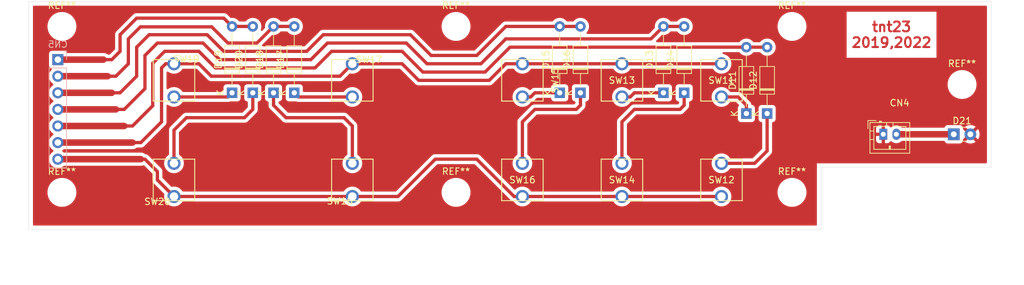
<source format=kicad_pcb>
(kicad_pcb (version 20211014) (generator pcbnew)
  (layers (0 "F.Cu" signal) (31 "B.Cu" signal) (34 "B.Paste" user) (35 "F.Paste" user) (36 "B.SilkS" user "B.Silkscreen") (37 "F.SilkS" user "F.Silkscreen") (38 "B.Mask" user) (39 "F.Mask" user) (44 "Edge.Cuts" user))
  (net 0 "")
  (net 1 "/SI_4")
  (net 2 "/SI_3")
  (net 3 "/SI_2")
  (net 4 "/SI_1")
  (net 5 "/SI_0")
  (net 6 "/SC_1")
  (net 7 "/SC_0")
  (net 8 "Net-(D11-Pad1)")
  (net 9 "Net-(D12-Pad1)")
  (net 10 "Net-(D13-Pad1)")
  (net 11 "Net-(D14-Pad1)")
  (net 12 "Net-(D15-Pad1)")
  (net 13 "Net-(D16-Pad1)")
  (net 14 "Net-(D17-Pad1)")
  (net 15 "Net-(D18-Pad1)")
  (net 16 "Net-(D19-Pad1)")
  (net 17 "Net-(D20-Pad1)")
  (net 18 "/VCC")
  (net 19 "/LED")
  (footprint "Diode_THT:D_DO-35_SOD27_P10.16mm_Horizontal" (layer "F.Cu") (at 109.855 17.145 90)
    (fp_text reference "D11" (at 5.08 -2.12 90) (layer "F.SilkS"))
    (fp_text value "1N4148")
    (fp_text user "K" (at 0 -1.8 90) (layer "F.SilkS"))
    (fp_line (start 7.2 -1.12) (end 2.96 -1.12) (layer "F.SilkS") (width 0.12))
    (fp_line (start 1.04 0) (end 2.96 0) (layer "F.SilkS") (width 0.12))
    (fp_line (start 9.12 0) (end 7.2 0) (layer "F.SilkS") (width 0.12))
    (fp_line (start 3.8 -1.12) (end 3.8 1.12) (layer "F.SilkS") (width 0.12))
    (fp_line (start 3.68 -1.12) (end 3.68 1.12) (layer "F.SilkS") (width 0.12))
    (fp_line (start 7.2 1.12) (end 7.2 -1.12) (layer "F.SilkS") (width 0.12))
    (fp_line (start 2.96 -1.12) (end 2.96 1.12) (layer "F.SilkS") (width 0.12))
    (fp_line (start 3.56 -1.12) (end 3.56 1.12) (layer "F.SilkS") (width 0.12))
    (fp_line (start 2.96 1.12) (end 7.2 1.12) (layer "F.SilkS") (width 0.12))
    (pad "1" thru_hole rect locked (at 0 0 90) (size 1.6 1.6) (drill 0.8) (layers *.Cu *.Mask) (net 8 "Net-(D11-Pad1)"))
    (pad "2" thru_hole oval locked (at 10.16 0 90) (size 1.6 1.6) (drill 0.8) (layers *.Cu *.Mask) (net 5 "/SI_0"))
  )
  (footprint "Diode_THT:D_DO-35_SOD27_P10.16mm_Horizontal" (layer "F.Cu") (at 113.03 17.145 90)
    (fp_text reference "D12" (at 5.08 -2.12 90) (layer "F.SilkS"))
    (fp_text value "1N4148")
    (fp_text user "K" (at 0 -1.8 90) (layer "F.SilkS"))
    (fp_line (start 3.56 -1.12) (end 3.56 1.12) (layer "F.SilkS") (width 0.12))
    (fp_line (start 9.12 0) (end 7.2 0) (layer "F.SilkS") (width 0.12))
    (fp_line (start 1.04 0) (end 2.96 0) (layer "F.SilkS") (width 0.12))
    (fp_line (start 2.96 1.12) (end 7.2 1.12) (layer "F.SilkS") (width 0.12))
    (fp_line (start 7.2 -1.12) (end 2.96 -1.12) (layer "F.SilkS") (width 0.12))
    (fp_line (start 7.2 1.12) (end 7.2 -1.12) (layer "F.SilkS") (width 0.12))
    (fp_line (start 3.8 -1.12) (end 3.8 1.12) (layer "F.SilkS") (width 0.12))
    (fp_line (start 3.68 -1.12) (end 3.68 1.12) (layer "F.SilkS") (width 0.12))
    (fp_line (start 2.96 -1.12) (end 2.96 1.12) (layer "F.SilkS") (width 0.12))
    (pad "1" thru_hole rect locked (at 0 0 90) (size 1.6 1.6) (drill 0.8) (layers *.Cu *.Mask) (net 9 "Net-(D12-Pad1)"))
    (pad "2" thru_hole oval locked (at 10.16 0 90) (size 1.6 1.6) (drill 0.8) (layers *.Cu *.Mask) (net 5 "/SI_0"))
  )
  (footprint "Diode_THT:D_DO-35_SOD27_P10.16mm_Horizontal" (layer "F.Cu") (at 97.155 13.97 90)
    (fp_text reference "D13" (at 5.08 -2.12 90) (layer "F.SilkS"))
    (fp_text value "1N4148")
    (fp_text user "K" (at 0 -1.8 90) (layer "F.SilkS"))
    (fp_line (start 9.12 0) (end 7.2 0) (layer "F.SilkS") (width 0.12))
    (fp_line (start 1.04 0) (end 2.96 0) (layer "F.SilkS") (width 0.12))
    (fp_line (start 7.2 1.12) (end 7.2 -1.12) (layer "F.SilkS") (width 0.12))
    (fp_line (start 2.96 1.12) (end 7.2 1.12) (layer "F.SilkS") (width 0.12))
    (fp_line (start 3.56 -1.12) (end 3.56 1.12) (layer "F.SilkS") (width 0.12))
    (fp_line (start 7.2 -1.12) (end 2.96 -1.12) (layer "F.SilkS") (width 0.12))
    (fp_line (start 3.8 -1.12) (end 3.8 1.12) (layer "F.SilkS") (width 0.12))
    (fp_line (start 3.68 -1.12) (end 3.68 1.12) (layer "F.SilkS") (width 0.12))
    (fp_line (start 2.96 -1.12) (end 2.96 1.12) (layer "F.SilkS") (width 0.12))
    (pad "1" thru_hole rect locked (at 0 0 90) (size 1.6 1.6) (drill 0.8) (layers *.Cu *.Mask) (net 10 "Net-(D13-Pad1)"))
    (pad "2" thru_hole oval locked (at 10.16 0 90) (size 1.6 1.6) (drill 0.8) (layers *.Cu *.Mask) (net 4 "/SI_1"))
  )
  (footprint "Diode_THT:D_DO-35_SOD27_P10.16mm_Horizontal" (layer "F.Cu") (at 100.33 13.97 90)
    (fp_text reference "D14" (at 5.08 -2.12 90) (layer "F.SilkS"))
    (fp_text value "1N4148")
    (fp_text user "K" (at 0 -1.8 90) (layer "F.SilkS"))
    (fp_line (start 7.2 1.12) (end 7.2 -1.12) (layer "F.SilkS") (width 0.12))
    (fp_line (start 9.12 0) (end 7.2 0) (layer "F.SilkS") (width 0.12))
    (fp_line (start 2.96 -1.12) (end 2.96 1.12) (layer "F.SilkS") (width 0.12))
    (fp_line (start 3.8 -1.12) (end 3.8 1.12) (layer "F.SilkS") (width 0.12))
    (fp_line (start 3.56 -1.12) (end 3.56 1.12) (layer "F.SilkS") (width 0.12))
    (fp_line (start 7.2 -1.12) (end 2.96 -1.12) (layer "F.SilkS") (width 0.12))
    (fp_line (start 1.04 0) (end 2.96 0) (layer "F.SilkS") (width 0.12))
    (fp_line (start 3.68 -1.12) (end 3.68 1.12) (layer "F.SilkS") (width 0.12))
    (fp_line (start 2.96 1.12) (end 7.2 1.12) (layer "F.SilkS") (width 0.12))
    (pad "1" thru_hole rect locked (at 0 0 90) (size 1.6 1.6) (drill 0.8) (layers *.Cu *.Mask) (net 11 "Net-(D14-Pad1)"))
    (pad "2" thru_hole oval locked (at 10.16 0 90) (size 1.6 1.6) (drill 0.8) (layers *.Cu *.Mask) (net 4 "/SI_1"))
  )
  (footprint "Diode_THT:D_DO-35_SOD27_P10.16mm_Horizontal" (layer "F.Cu") (at 81.28 13.97 90)
    (fp_text reference "D15" (at 5.08 -2.12 90) (layer "F.SilkS"))
    (fp_text value "1N4148")
    (fp_text user "K" (at 0 -1.8 90) (layer "F.SilkS"))
    (fp_line (start 1.04 0) (end 2.96 0) (layer "F.SilkS") (width 0.12))
    (fp_line (start 7.2 1.12) (end 7.2 -1.12) (layer "F.SilkS") (width 0.12))
    (fp_line (start 3.56 -1.12) (end 3.56 1.12) (layer "F.SilkS") (width 0.12))
    (fp_line (start 2.96 -1.12) (end 2.96 1.12) (layer "F.SilkS") (width 0.12))
    (fp_line (start 3.8 -1.12) (end 3.8 1.12) (layer "F.SilkS") (width 0.12))
    (fp_line (start 7.2 -1.12) (end 2.96 -1.12) (layer "F.SilkS") (width 0.12))
    (fp_line (start 3.68 -1.12) (end 3.68 1.12) (layer "F.SilkS") (width 0.12))
    (fp_line (start 9.12 0) (end 7.2 0) (layer "F.SilkS") (width 0.12))
    (fp_line (start 2.96 1.12) (end 7.2 1.12) (layer "F.SilkS") (width 0.12))
    (pad "1" thru_hole rect locked (at 0 0 90) (size 1.6 1.6) (drill 0.8) (layers *.Cu *.Mask) (net 12 "Net-(D15-Pad1)"))
    (pad "2" thru_hole oval locked (at 10.16 0 90) (size 1.6 1.6) (drill 0.8) (layers *.Cu *.Mask) (net 3 "/SI_2"))
  )
  (footprint "Diode_THT:D_DO-35_SOD27_P10.16mm_Horizontal" (layer "F.Cu") (at 84.455 13.97 90)
    (fp_text reference "D16" (at 5.08 -2.12 90) (layer "F.SilkS"))
    (fp_text value "1N4148")
    (fp_text user "K" (at 0 -1.8 90) (layer "F.SilkS"))
    (fp_line (start 7.2 -1.12) (end 2.96 -1.12) (layer "F.SilkS") (width 0.12))
    (fp_line (start 7.2 1.12) (end 7.2 -1.12) (layer "F.SilkS") (width 0.12))
    (fp_line (start 2.96 1.12) (end 7.2 1.12) (layer "F.SilkS") (width 0.12))
    (fp_line (start 3.68 -1.12) (end 3.68 1.12) (layer "F.SilkS") (width 0.12))
    (fp_line (start 2.96 -1.12) (end 2.96 1.12) (layer "F.SilkS") (width 0.12))
    (fp_line (start 1.04 0) (end 2.96 0) (layer "F.SilkS") (width 0.12))
    (fp_line (start 9.12 0) (end 7.2 0) (layer "F.SilkS") (width 0.12))
    (fp_line (start 3.8 -1.12) (end 3.8 1.12) (layer "F.SilkS") (width 0.12))
    (fp_line (start 3.56 -1.12) (end 3.56 1.12) (layer "F.SilkS") (width 0.12))
    (pad "1" thru_hole rect locked (at 0 0 90) (size 1.6 1.6) (drill 0.8) (layers *.Cu *.Mask) (net 13 "Net-(D16-Pad1)"))
    (pad "2" thru_hole oval locked (at 10.16 0 90) (size 1.6 1.6) (drill 0.8) (layers *.Cu *.Mask) (net 3 "/SI_2"))
  )
  (footprint "mt32_keys:KLS7-TS6607-4.3-180-T" (layer "F.Cu") (at 106.045 27.305 -90)
    (fp_text reference "SW12" (at 0 0) (layer "F.SilkS"))
    (fp_text value "KLS7")
    (fp_line (start -3.175 -3.175) (end 3.175 -3.175) (layer "F.SilkS") (width 0.15))
    (fp_line (start 3.175 3.175) (end 3.175 -3.175) (layer "F.SilkS") (width 0.15))
    (fp_line (start -3.175 3.175) (end 3.175 3.175) (layer "F.SilkS") (width 0.15))
    (fp_line (start -3.175 3.175) (end -3.175 -3.175) (layer "F.SilkS") (width 0.15))
    (pad "1" thru_hole circle locked (at -2.54 0 270) (size 2 2) (drill 1.3) (layers *.Cu *.Mask) (net 9 "Net-(D12-Pad1)"))
    (pad "2" thru_hole circle locked (at 2.54 0 270) (size 2 2) (drill 1.3) (layers *.Cu *.Mask) (net 7 "/SC_0"))
  )
  (footprint "mt32_keys:KLS7-TS6607-4.3-180-T" (layer "F.Cu") (at 90.805 27.305 -90)
    (fp_text reference "SW14" (at 0 0) (layer "F.SilkS"))
    (fp_text value "KLS7")
    (fp_line (start -3.175 3.175) (end -3.175 -3.175) (layer "F.SilkS") (width 0.15))
    (fp_line (start 3.175 3.175) (end 3.175 -3.175) (layer "F.SilkS") (width 0.15))
    (fp_line (start -3.175 -3.175) (end 3.175 -3.175) (layer "F.SilkS") (width 0.15))
    (fp_line (start -3.175 3.175) (end 3.175 3.175) (layer "F.SilkS") (width 0.15))
    (pad "1" thru_hole circle locked (at -2.54 0 270) (size 2 2) (drill 1.3) (layers *.Cu *.Mask) (net 11 "Net-(D14-Pad1)"))
    (pad "2" thru_hole circle locked (at 2.54 0 270) (size 2 2) (drill 1.3) (layers *.Cu *.Mask) (net 7 "/SC_0"))
  )
  (footprint "mt32_keys:KLS7-TS6607-4.3-180-T" (layer "F.Cu") (at 75.565 27.305 -90)
    (fp_text reference "SW16" (at 0 0) (layer "F.SilkS"))
    (fp_text value "KLS7")
    (fp_line (start 3.175 3.175) (end 3.175 -3.175) (layer "F.SilkS") (width 0.15))
    (fp_line (start -3.175 -3.175) (end 3.175 -3.175) (layer "F.SilkS") (width 0.15))
    (fp_line (start -3.175 3.175) (end 3.175 3.175) (layer "F.SilkS") (width 0.15))
    (fp_line (start -3.175 3.175) (end -3.175 -3.175) (layer "F.SilkS") (width 0.15))
    (pad "1" thru_hole circle locked (at -2.54 0 270) (size 2 2) (drill 1.3) (layers *.Cu *.Mask) (net 13 "Net-(D16-Pad1)"))
    (pad "2" thru_hole circle locked (at 2.54 0 270) (size 2 2) (drill 1.3) (layers *.Cu *.Mask) (net 7 "/SC_0"))
  )
  (footprint "mt32_keys:KLS7-TS6607-4.3-180-T" (layer "F.Cu") (at 49.53 27.305 -90)
    (fp_text reference "SW18" (at 3.25 1.905) (layer "F.SilkS"))
    (fp_text value "KLS7")
    (fp_line (start -3.175 3.175) (end -3.175 -3.175) (layer "F.SilkS") (width 0.15))
    (fp_line (start 3.175 3.175) (end 3.175 -3.175) (layer "F.SilkS") (width 0.15))
    (fp_line (start -3.175 3.175) (end 3.175 3.175) (layer "F.SilkS") (width 0.15))
    (fp_line (start -3.175 -3.175) (end 3.175 -3.175) (layer "F.SilkS") (width 0.15))
    (pad "1" thru_hole circle locked (at -2.54 0 270) (size 2 2) (drill 1.3) (layers *.Cu *.Mask) (net 15 "Net-(D18-Pad1)"))
    (pad "2" thru_hole circle locked (at 2.54 0 270) (size 2 2) (drill 1.3) (layers *.Cu *.Mask) (net 7 "/SC_0"))
  )
  (footprint "mt32_keys:KLS7-TS6607-4.3-180-T" (layer "F.Cu") (at 22.225 27.305 -90)
    (fp_text reference "SW20" (at 3.325 2.54) (layer "F.SilkS"))
    (fp_text value "KLS7")
    (fp_line (start 3.175 3.175) (end 3.175 -3.175) (layer "F.SilkS") (width 0.15))
    (fp_line (start -3.175 -3.175) (end 3.175 -3.175) (layer "F.SilkS") (width 0.15))
    (fp_line (start -3.175 3.175) (end -3.175 -3.175) (layer "F.SilkS") (width 0.15))
    (fp_line (start -3.175 3.175) (end 3.175 3.175) (layer "F.SilkS") (width 0.15))
    (pad "1" thru_hole circle locked (at -2.54 0 270) (size 2 2) (drill 1.3) (layers *.Cu *.Mask) (net 17 "Net-(D20-Pad1)"))
    (pad "2" thru_hole circle locked (at 2.54 0 270) (size 2 2) (drill 1.3) (layers *.Cu *.Mask) (net 7 "/SC_0"))
  )
  (footprint "mt32_keys:KLS7-TS6607-4.3-180-T" (layer "F.Cu") (at 22.225 12.065 90)
    (fp_text reference "SW19" (at 3.25 1.905 180) (layer "F.SilkS"))
    (fp_text value "KLS7")
    (fp_line (start -3.175 3.175) (end -3.175 -3.175) (layer "F.SilkS") (width 0.15))
    (fp_line (start 3.175 3.175) (end 3.175 -3.175) (layer "F.SilkS") (width 0.15))
    (fp_line (start -3.175 -3.175) (end 3.175 -3.175) (layer "F.SilkS") (width 0.15))
    (fp_line (start -3.175 3.175) (end 3.175 3.175) (layer "F.SilkS") (width 0.15))
    (pad "1" thru_hole circle locked (at -2.54 0 90) (size 2 2) (drill 1.3) (layers *.Cu *.Mask) (net 16 "Net-(D19-Pad1)"))
    (pad "2" thru_hole circle locked (at 2.54 0 90) (size 2 2) (drill 1.3) (layers *.Cu *.Mask) (net 6 "/SC_1"))
  )
  (footprint "Diode_THT:D_DO-35_SOD27_P10.16mm_Horizontal" (layer "F.Cu") (at 34.29 13.97 90)
    (fp_text reference "D20" (at 5.08 -2.12 90) (layer "F.SilkS"))
    (fp_text value "1N4148")
    (fp_text user "K" (at 0 -1.8 90) (layer "F.SilkS"))
    (fp_line (start 3.68 -1.12) (end 3.68 1.12) (layer "F.SilkS") (width 0.12))
    (fp_line (start 3.8 -1.12) (end 3.8 1.12) (layer "F.SilkS") (width 0.12))
    (fp_line (start 2.96 1.12) (end 7.2 1.12) (layer "F.SilkS") (width 0.12))
    (fp_line (start 2.96 -1.12) (end 2.96 1.12) (layer "F.SilkS") (width 0.12))
    (fp_line (start 7.2 -1.12) (end 2.96 -1.12) (layer "F.SilkS") (width 0.12))
    (fp_line (start 1.04 0) (end 2.96 0) (layer "F.SilkS") (width 0.12))
    (fp_line (start 9.12 0) (end 7.2 0) (layer "F.SilkS") (width 0.12))
    (fp_line (start 7.2 1.12) (end 7.2 -1.12) (layer "F.SilkS") (width 0.12))
    (fp_line (start 3.56 -1.12) (end 3.56 1.12) (layer "F.SilkS") (width 0.12))
    (pad "1" thru_hole rect locked (at 0 0 90) (size 1.6 1.6) (drill 0.8) (layers *.Cu *.Mask) (net 17 "Net-(D20-Pad1)"))
    (pad "2" thru_hole oval locked (at 10.16 0 90) (size 1.6 1.6) (drill 0.8) (layers *.Cu *.Mask) (net 1 "/SI_4"))
  )
  (footprint "Diode_THT:D_DO-35_SOD27_P10.16mm_Horizontal" (layer "F.Cu") (at 31.115 13.97 90)
    (fp_text reference "D19" (at 5.08 -2.12 90) (layer "F.SilkS"))
    (fp_text value "1N4148")
    (fp_text user "K" (at 0 -1.8 90) (layer "F.SilkS"))
    (fp_line (start 7.2 1.12) (end 7.2 -1.12) (layer "F.SilkS") (width 0.12))
    (fp_line (start 7.2 -1.12) (end 2.96 -1.12) (layer "F.SilkS") (width 0.12))
    (fp_line (start 3.68 -1.12) (end 3.68 1.12) (layer "F.SilkS") (width 0.12))
    (fp_line (start 3.8 -1.12) (end 3.8 1.12) (layer "F.SilkS") (width 0.12))
    (fp_line (start 9.12 0) (end 7.2 0) (layer "F.SilkS") (width 0.12))
    (fp_line (start 3.56 -1.12) (end 3.56 1.12) (layer "F.SilkS") (width 0.12))
    (fp_line (start 2.96 -1.12) (end 2.96 1.12) (layer "F.SilkS") (width 0.12))
    (fp_line (start 2.96 1.12) (end 7.2 1.12) (layer "F.SilkS") (width 0.12))
    (fp_line (start 1.04 0) (end 2.96 0) (layer "F.SilkS") (width 0.12))
    (pad "1" thru_hole rect locked (at 0 0 90) (size 1.6 1.6) (drill 0.8) (layers *.Cu *.Mask) (net 16 "Net-(D19-Pad1)"))
    (pad "2" thru_hole oval locked (at 10.16 0 90) (size 1.6 1.6) (drill 0.8) (layers *.Cu *.Mask) (net 1 "/SI_4"))
  )
  (footprint "Diode_THT:D_DO-35_SOD27_P10.16mm_Horizontal" (layer "F.Cu") (at 37.465 13.97 90)
    (fp_text reference "D18" (at 5.08 -2.12 90) (layer "F.SilkS"))
    (fp_text value "1N4148")
    (fp_text user "K" (at 0 -1.8 90) (layer "F.SilkS"))
    (fp_line (start 2.96 -1.12) (end 2.96 1.12) (layer "F.SilkS") (width 0.12))
    (fp_line (start 3.8 -1.12) (end 3.8 1.12) (layer "F.SilkS") (width 0.12))
    (fp_line (start 7.2 -1.12) (end 2.96 -1.12) (layer "F.SilkS") (width 0.12))
    (fp_line (start 9.12 0) (end 7.2 0) (layer "F.SilkS") (width 0.12))
    (fp_line (start 3.68 -1.12) (end 3.68 1.12) (layer "F.SilkS") (width 0.12))
    (fp_line (start 3.56 -1.12) (end 3.56 1.12) (layer "F.SilkS") (width 0.12))
    (fp_line (start 7.2 1.12) (end 7.2 -1.12) (layer "F.SilkS") (width 0.12))
    (fp_line (start 1.04 0) (end 2.96 0) (layer "F.SilkS") (width 0.12))
    (fp_line (start 2.96 1.12) (end 7.2 1.12) (layer "F.SilkS") (width 0.12))
    (pad "1" thru_hole rect locked (at 0 0 90) (size 1.6 1.6) (drill 0.8) (layers *.Cu *.Mask) (net 15 "Net-(D18-Pad1)"))
    (pad "2" thru_hole oval locked (at 10.16 0 90) (size 1.6 1.6) (drill 0.8) (layers *.Cu *.Mask) (net 2 "/SI_3"))
  )
  (footprint "Diode_THT:D_DO-35_SOD27_P10.16mm_Horizontal" (layer "F.Cu") (at 40.64 13.97 90)
    (fp_text reference "D17" (at 5.08 -2.12 90) (layer "F.SilkS"))
    (fp_text value "1N4148")
    (fp_text user "K" (at 0 -1.8 90) (layer "F.SilkS"))
    (fp_line (start 7.2 1.12) (end 7.2 -1.12) (layer "F.SilkS") (width 0.12))
    (fp_line (start 7.2 -1.12) (end 2.96 -1.12) (layer "F.SilkS") (width 0.12))
    (fp_line (start 3.56 -1.12) (end 3.56 1.12) (layer "F.SilkS") (width 0.12))
    (fp_line (start 2.96 1.12) (end 7.2 1.12) (layer "F.SilkS") (width 0.12))
    (fp_line (start 2.96 -1.12) (end 2.96 1.12) (layer "F.SilkS") (width 0.12))
    (fp_line (start 3.8 -1.12) (end 3.8 1.12) (layer "F.SilkS") (width 0.12))
    (fp_line (start 1.04 0) (end 2.96 0) (layer "F.SilkS") (width 0.12))
    (fp_line (start 3.68 -1.12) (end 3.68 1.12) (layer "F.SilkS") (width 0.12))
    (fp_line (start 9.12 0) (end 7.2 0) (layer "F.SilkS") (width 0.12))
    (pad "1" thru_hole rect locked (at 0 0 90) (size 1.6 1.6) (drill 0.8) (layers *.Cu *.Mask) (net 14 "Net-(D17-Pad1)"))
    (pad "2" thru_hole oval locked (at 10.16 0 90) (size 1.6 1.6) (drill 0.8) (layers *.Cu *.Mask) (net 2 "/SI_3"))
  )
  (footprint "mt32_keys:KLS7-TS6607-4.3-180-T" (layer "F.Cu") (at 106.045 12.065 90)
    (fp_text reference "SW11" (at 0 0) (layer "F.SilkS"))
    (fp_text value "KLS7")
    (fp_line (start 3.175 3.175) (end 3.175 -3.175) (layer "F.SilkS") (width 0.15))
    (fp_line (start -3.175 3.175) (end -3.175 -3.175) (layer "F.SilkS") (width 0.15))
    (fp_line (start -3.175 3.175) (end 3.175 3.175) (layer "F.SilkS") (width 0.15))
    (fp_line (start -3.175 -3.175) (end 3.175 -3.175) (layer "F.SilkS") (width 0.15))
    (pad "1" thru_hole circle (at -2.54 0 90) (size 2 2) (drill 1.3) (layers *.Cu *.Mask) (net 8 "Net-(D11-Pad1)"))
    (pad "2" thru_hole circle (at 2.54 0 90) (size 2 2) (drill 1.3) (layers *.Cu *.Mask) (net 6 "/SC_1"))
  )
  (footprint "mt32_keys:KLS7-TS6607-4.3-180-T" (layer "F.Cu") (at 90.805 12.065 90)
    (fp_text reference "SW13" (at 0 0 180) (layer "F.SilkS"))
    (fp_text value "KLS7")
    (fp_line (start -3.175 -3.175) (end 3.175 -3.175) (layer "F.SilkS") (width 0.15))
    (fp_line (start -3.175 3.175) (end -3.175 -3.175) (layer "F.SilkS") (width 0.15))
    (fp_line (start -3.175 3.175) (end 3.175 3.175) (layer "F.SilkS") (width 0.15))
    (fp_line (start 3.175 3.175) (end 3.175 -3.175) (layer "F.SilkS") (width 0.15))
    (pad "1" thru_hole circle locked (at -2.54 0 90) (size 2 2) (drill 1.3) (layers *.Cu *.Mask) (net 10 "Net-(D13-Pad1)"))
    (pad "2" thru_hole circle locked (at 2.54 0 90) (size 2 2) (drill 1.3) (layers *.Cu *.Mask) (net 6 "/SC_1"))
  )
  (footprint "mt32_keys:KLS7-TS6607-4.3-180-T" (layer "F.Cu") (at 49.53 12.065 90)
    (fp_text reference "SW17" (at 3.175 2.54 180) (layer "F.SilkS"))
    (fp_text value "KLS7")
    (fp_line (start 3.175 3.175) (end 3.175 -3.175) (layer "F.SilkS") (width 0.15))
    (fp_line (start -3.175 3.175) (end 3.175 3.175) (layer "F.SilkS") (width 0.15))
    (fp_line (start -3.175 -3.175) (end 3.175 -3.175) (layer "F.SilkS") (width 0.15))
    (fp_line (start -3.175 3.175) (end -3.175 -3.175) (layer "F.SilkS") (width 0.15))
    (pad "1" thru_hole circle locked (at -2.54 0 90) (size 2 2) (drill 1.3) (layers *.Cu *.Mask) (net 14 "Net-(D17-Pad1)"))
    (pad "2" thru_hole circle locked (at 2.54 0 90) (size 2 2) (drill 1.3) (layers *.Cu *.Mask) (net 6 "/SC_1"))
  )
  (footprint "Mounting_Holes:MountingHole_2.2mm_M2" (layer "F.Cu") (at 5.07 29.21)
    (fp_text reference "REF**" (at 0 -3.2) (layer "F.SilkS"))
    (fp_text value "MountingHole_2.2mm_M2")
    (pad "" np_thru_hole circle locked (at 0 0) (size 3.4 3.4) (drill 3.4) (layers F&B.Cu *.Mask))
  )
  (footprint "Mounting_Holes:MountingHole_2.2mm_M2" (layer "F.Cu") (at 65.405 29.21)
    (fp_text reference "REF**" (at 0 -3.2) (layer "F.SilkS"))
    (fp_text value "MountingHole_2.2mm_M2")
    (pad "" np_thru_hole circle locked (at 0 0) (size 3.4 3.4) (drill 3.4) (layers F&B.Cu *.Mask))
  )
  (footprint "Mounting_Holes:MountingHole_2.2mm_M2" (layer "F.Cu") (at 116.84 29.21)
    (fp_text reference "REF**" (at 0 -3.2) (layer "F.SilkS"))
    (fp_text value "MountingHole_2.2mm_M2")
    (pad "" np_thru_hole circle locked (at 0 0) (size 3.4 3.4) (drill 3.4) (layers F&B.Cu *.Mask))
  )
  (footprint "Mounting_Holes:MountingHole_2.2mm_M2" (layer "F.Cu") (at 5.07 3.81)
    (fp_text reference "REF**" (at 0 -3.2) (layer "F.SilkS"))
    (fp_text value "MountingHole_2.2mm_M2")
    (pad "" np_thru_hole circle locked (at 0 0) (size 3.4 3.4) (drill 3.4) (layers F&B.Cu *.Mask))
  )
  (footprint "Mounting_Holes:MountingHole_2.2mm_M2" (layer "F.Cu") (at 116.84 3.81)
    (fp_text reference "REF**" (at 0 -3.2) (layer "F.SilkS"))
    (fp_text value "MountingHole_2.2mm_M2")
    (pad "" np_thru_hole circle locked (at 0 0) (size 3.4 3.4) (drill 3.4) (layers F&B.Cu *.Mask))
  )
  (footprint "Connectors_JST:JST_PH_B2B-PH-K_02x2.00mm_Straight" (layer "F.Cu") (at 130.815 20.32)
    (fp_text reference "CN4" (at 2.5 -4.8) (layer "F.SilkS"))
    (fp_text value "Conn_01x02")
    (fp_line (start -0.6 -2) (end -0.6 -1.8) (layer "F.SilkS") (width 0.12))
    (fp_line (start 0.5 -1.2) (end -1.45 -1.2) (layer "F.SilkS") (width 0.12))
    (fp_line (start 4.05 -1.8) (end -2.05 -1.8) (layer "F.SilkS") (width 0.12))
    (fp_line (start 4.05 -0.5) (end 3.45 -0.5) (layer "F.SilkS") (width 0.12))
    (fp_line (start 0.5 -1.8) (end 0.5 -1.2) (layer "F.SilkS") (width 0.12))
    (fp_line (start -2.05 -0.5) (end -1.45 -0.5) (layer "F.SilkS") (width 0.12))
    (fp_line (start -2.35 -2.1) (end -2.35 -0.85) (layer "F.SilkS") (width 0.12))
    (fp_line (start 0.9 2.3) (end 0.9 1.8) (layer "F.SilkS") (width 0.12))
    (fp_line (start -1.45 -1.2) (end -1.45 2.3) (layer "F.SilkS") (width 0.12))
    (fp_line (start -2.05 2.9) (end 4.05 2.9) (layer "F.SilkS") (width 0.12))
    (fp_line (start 4.05 0.8) (end 3.45 0.8) (layer "F.SilkS") (width 0.12))
    (fp_line (start -0.3 -1.8) (end -0.3 -2) (layer "F.SilkS") (width 0.12))
    (fp_line (start -0.3 -2) (end -0.6 -2) (layer "F.SilkS") (width 0.12))
    (fp_line (start -1.1 -2.1) (end -2.35 -2.1) (layer "F.SilkS") (width 0.12))
    (fp_line (start 1.5 -1.2) (end 1.5 -1.8) (layer "F.SilkS") (width 0.12))
    (fp_line (start -1.45 2.3) (end 3.45 2.3) (layer "F.SilkS") (width 0.12))
    (fp_line (start 3.45 2.3) (end 3.45 -1.2) (layer "F.SilkS") (width 0.12))
    (fp_line (start 0.9 1.8) (end 1.1 1.8) (layer "F.SilkS") (width 0.12))
    (fp_line (start 3.45 -1.2) (end 1.5 -1.2) (layer "F.SilkS") (width 0.12))
    (fp_line (start -0.3 -1.9) (end -0.6 -1.9) (layer "F.SilkS") (width 0.12))
    (fp_line (start -2.05 0.8) (end -1.45 0.8) (layer "F.SilkS") (width 0.12))
    (fp_line (start 1 2.3) (end 1 1.8) (layer "F.SilkS") (width 0.12))
    (fp_line (start 4.05 2.9) (end 4.05 -1.8) (layer "F.SilkS") (width 0.12))
    (fp_line (start 1.1 1.8) (end 1.1 2.3) (layer "F.SilkS") (width 0.12))
    (fp_line (start -2.05 -1.8) (end -2.05 2.9) (layer "F.SilkS") (width 0.12))
    (pad "1" thru_hole rect locked (at 0 0) (size 1.2 1.7) (drill 0.75) (layers *.Cu *.Mask) (net 18 "/VCC"))
    (pad "2" thru_hole oval locked (at 2 0) (size 1.2 1.7) (drill 0.75) (layers *.Cu *.Mask) (net 19 "/LED"))
  )
  (footprint "LEDs:LED_Rectangular_W3.0mm_H2.0mm" (layer "F.Cu") (at 141.605 20.32)
    (fp_text reference "D21" (at 1.27 -2.06) (layer "F.SilkS"))
    (fp_text value "LED")
    (fp_line (start 1.08 1.06) (end 1.811 1.06) (layer "F.SilkS") (width 0.12))
    (fp_line (start 1.08 -1.06) (end 1.811 -1.06) (layer "F.SilkS") (width 0.12))
    (pad "1" thru_hole rect locked (at 0 0) (size 1.8 1.8) (drill 0.9) (layers *.Cu *.Mask) (net 19 "/LED"))
    (pad "2" thru_hole circle locked (at 2.54 0) (size 1.8 1.8) (drill 0.9) (layers *.Cu *.Mask) (net 18 "/VCC"))
  )
  (footprint "Mounting_Holes:MountingHole_2.2mm_M2" (layer "F.Cu") (at 142.875 12.7)
    (fp_text reference "REF**" (at 0 -3.2) (layer "F.SilkS"))
    (fp_text value "MountingHole_2.2mm_M2")
    (pad "" np_thru_hole circle locked (at 0 0) (size 3.4 3.4) (drill 3.4) (layers F&B.Cu *.Mask))
  )
  (footprint "mt32_keys:KLS7-TS6607-4.3-180-T" (layer "F.Cu") (at 75.565 12.065 90)
    (fp_text reference "SW15" (at 0 5 90) (layer "F.SilkS"))
    (fp_text value "KLS7")
    (fp_line (start -3.175 -3.175) (end 3.175 -3.175) (layer "F.SilkS") (width 0.15))
    (fp_line (start -3.175 3.175) (end -3.175 -3.175) (layer "F.SilkS") (width 0.15))
    (fp_line (start 3.175 3.175) (end 3.175 -3.175) (layer "F.SilkS") (width 0.15))
    (fp_line (start -3.175 3.175) (end 3.175 3.175) (layer "F.SilkS") (width 0.15))
    (pad "1" thru_hole circle locked (at -2.54 0 90) (size 2 2) (drill 1.3) (layers *.Cu *.Mask) (net 12 "Net-(D15-Pad1)"))
    (pad "2" thru_hole circle locked (at 2.54 0 90) (size 2 2) (drill 1.3) (layers *.Cu *.Mask) (net 6 "/SC_1"))
  )
  (footprint "Mounting_Holes:MountingHole_2.2mm_M2" (layer "F.Cu") (at 65.405 3.81)
    (fp_text reference "REF**" (at 0 -3.2) (layer "F.SilkS"))
    (fp_text value "MountingHole_2.2mm_M2")
    (pad "" np_thru_hole circle locked (at 0 0) (size 3.4 3.4) (drill 3.4) (layers F&B.Cu *.Mask))
  )
  (footprint "Connector_PinHeader_2.54mm:PinHeader_1x07_P2.54mm_Vertical" (layer "B.Cu") (at 4.445 8.89 180)
    (fp_text reference "CN5" (at 0 2.33) (layer "B.SilkS") (effects (justify mirror)))
    (fp_text value "Conn_01x07")
    (fp_line (start 1.33 -1.27) (end 1.33 -16.57) (layer "B.SilkS") (width 0.12))
    (fp_line (start -1.33 -1.27) (end 1.33 -1.27) (layer "B.SilkS") (width 0.12))
    (fp_line (start -1.33 -16.57) (end 1.33 -16.57) (layer "B.SilkS") (width 0.12))
    (fp_line (start -1.33 -1.27) (end -1.33 -16.57) (layer "B.SilkS") (width 0.12))
    (fp_line (start -1.33 0) (end -1.33 1.33) (layer "B.SilkS") (width 0.12))
    (fp_line (start -1.33 1.33) (end 0 1.33) (layer "B.SilkS") (width 0.12))
    (pad "1" thru_hole rect locked (at 0 0 180) (size 1.7 1.7) (drill 1) (layers *.Cu *.Mask) (net 1 "/SI_4"))
    (pad "2" thru_hole oval locked (at 0 -2.54 180) (size 1.7 1.7) (drill 1) (layers *.Cu *.Mask) (net 2 "/SI_3"))
    (pad "3" thru_hole oval locked (at 0 -5.08 180) (size 1.7 1.7) (drill 1) (layers *.Cu *.Mask) (net 3 "/SI_2"))
    (pad "4" thru_hole oval locked (at 0 -7.62 180) (size 1.7 1.7) (drill 1) (layers *.Cu *.Mask) (net 4 "/SI_1"))
    (pad "5" thru_hole oval locked (at 0 -10.16 180) (size 1.7 1.7) (drill 1) (layers *.Cu *.Mask) (net 5 "/SI_0"))
    (pad "6" thru_hole oval locked (at 0 -12.7 180) (size 1.7 1.7) (drill 1) (layers *.Cu *.Mask) (net 6 "/SC_1"))
    (pad "7" thru_hole oval locked (at 0 -15.24 180) (size 1.7 1.7) (drill 1) (layers *.Cu *.Mask) (net 7 "/SC_0"))
  )
  (gr_line (start 0 34.925) (end 0 0) (layer "Edge.Cuts") (width 0.05))
  (gr_line (start 121.285 34.925) (end 0.285 34.925) (layer "Edge.Cuts") (width 0.05))
  (gr_line (start 121.285 25.4) (end 121.285 34.925) (layer "Edge.Cuts") (width 0.05))
  (gr_line (start 147.32 0) (end 147.32 25.4) (layer "Edge.Cuts") (width 0.05))
  (gr_line (start 0 0) (end 147.32 0) (layer "Edge.Cuts") (width 0.05))
  (gr_line (start 121.285 25.4) (end 147.32 25.4) (layer "Edge.Cuts") (width 0.05))
  (gr_text "tnt23\n2019,2022" (at 132.08 5.08) (layer "F.Cu") (effects (font (size 1.5 1.5) (thickness 0.3))))
  (segment (start 11.43 8.89) (end 12.7 8.89) (width 0.5) (layer "F.Cu") (net 1))
  (segment (start 12.7 8.89) (end 13.97 7.62) (width 0.5) (layer "F.Cu") (net 1))
  (segment (start 29.845 2.54) (end 31.115 3.81) (width 0.5) (layer "F.Cu") (net 1))
  (segment (start 16.51 2.54) (end 29.845 2.54) (width 0.5) (layer "F.Cu") (net 1))
  (segment (start 31.115 3.81) (end 34.29 3.81) (width 0.5) (layer "F.Cu") (net 1))
  (segment (start 4.445 8.89) (end 11.43 8.89) (width 1) (layer "F.Cu") (net 1))
  (segment (start 13.97 5.08) (end 16.51 2.54) (width 0.5) (layer "F.Cu") (net 1))
  (segment (start 13.97 7.62) (end 13.97 5.08) (width 0.5) (layer "F.Cu") (net 1))
  (segment (start 28.00452 3.87452) (end 30.48 6.35) (width 0.5) (layer "F.Cu") (net 2))
  (segment (start 34.925 6.35) (end 37.465 3.81) (width 0.5) (layer "F.Cu") (net 2))
  (segment (start 4.445 11.43) (end 12.065 11.43) (width 1) (layer "F.Cu") (net 2))
  (segment (start 37.465 3.81) (end 40.64 3.81) (width 0.5) (layer "F.Cu") (net 2))
  (segment (start 30.48 6.35) (end 34.925 6.35) (width 0.5) (layer "F.Cu") (net 2))
  (segment (start 15.24 5.715) (end 17.08048 3.87452) (width 0.5) (layer "F.Cu") (net 2))
  (segment (start 17.08048 3.87452) (end 28.00452 3.87452) (width 0.5) (layer "F.Cu") (net 2))
  (segment (start 12.065 11.43) (end 13.335 11.43) (width 0.5) (layer "F.Cu") (net 2))
  (segment (start 13.335 11.43) (end 15.24 9.525) (width 0.5) (layer "F.Cu") (net 2))
  (segment (start 15.24 9.525) (end 15.24 5.715) (width 0.5) (layer "F.Cu") (net 2))
  (segment (start 42.545 7.62) (end 45.085 5.08) (width 0.5) (layer "F.Cu") (net 3))
  (segment (start 29.845 7.62) (end 42.545 7.62) (width 0.5) (layer "F.Cu") (net 3))
  (segment (start 16.51 6.985) (end 18.415 5.08) (width 0.5) (layer "F.Cu") (net 3))
  (segment (start 68.58 8.255) (end 73.025 3.81) (width 0.5) (layer "F.Cu") (net 3))
  (segment (start 4.445 13.97) (end 12.7 13.97) (width 1) (layer "F.Cu") (net 3))
  (segment (start 58.42 5.08) (end 61.595 8.255) (width 0.5) (layer "F.Cu") (net 3))
  (segment (start 61.595 8.255) (end 68.58 8.255) (width 0.5) (layer "F.Cu") (net 3))
  (segment (start 27.305 5.08) (end 29.845 7.62) (width 0.5) (layer "F.Cu") (net 3))
  (segment (start 45.085 5.08) (end 58.42 5.08) (width 0.5) (layer "F.Cu") (net 3))
  (segment (start 16.51 11.43) (end 16.51 6.985) (width 0.5) (layer "F.Cu") (net 3))
  (segment (start 13.97 13.97) (end 16.51 11.43) (width 0.5) (layer "F.Cu") (net 3))
  (segment (start 73.025 3.81) (end 81.28 3.81) (width 0.5) (layer "F.Cu") (net 3))
  (segment (start 18.415 5.08) (end 27.305 5.08) (width 0.5) (layer "F.Cu") (net 3))
  (segment (start 81.28 3.81) (end 84.455 3.81) (width 0.5) (layer "F.Cu") (net 3))
  (segment (start 12.7 13.97) (end 13.97 13.97) (width 0.5) (layer "F.Cu") (net 3))
  (segment (start 19.685 6.35) (end 26.67 6.35) (width 0.5) (layer "F.Cu") (net 4))
  (segment (start 43.18 8.89) (end 45.72 6.35) (width 0.5) (layer "F.Cu") (net 4))
  (segment (start 57.785 6.35) (end 60.96 9.525) (width 0.5) (layer "F.Cu") (net 4))
  (segment (start 60.96 9.525) (end 69.215 9.525) (width 0.5) (layer "F.Cu") (net 4))
  (segment (start 26.67 6.35) (end 29.21 8.89) (width 0.5) (layer "F.Cu") (net 4))
  (segment (start 17.78 13.335) (end 17.78 8.255) (width 0.5) (layer "F.Cu") (net 4))
  (segment (start 95.25 5.715) (end 97.155 3.81) (width 0.5) (layer "F.Cu") (net 4))
  (segment (start 17.78 8.255) (end 19.685 6.35) (width 0.5) (layer "F.Cu") (net 4))
  (segment (start 14.605 16.51) (end 17.78 13.335) (width 0.5) (layer "F.Cu") (net 4))
  (segment (start 45.72 6.35) (end 57.785 6.35) (width 0.5) (layer "F.Cu") (net 4))
  (segment (start 29.21 8.89) (end 43.18 8.89) (width 0.5) (layer "F.Cu") (net 4))
  (segment (start 97.155 3.81) (end 100.33 3.81) (width 0.5) (layer "F.Cu") (net 4))
  (segment (start 73.025 5.715) (end 95.25 5.715) (width 0.5) (layer "F.Cu") (net 4))
  (segment (start 13.335 16.51) (end 14.605 16.51) (width 0.5) (layer "F.Cu") (net 4))
  (segment (start 4.445 16.51) (end 13.335 16.51) (width 1) (layer "F.Cu") (net 4))
  (segment (start 69.215 9.525) (end 73.025 5.715) (width 0.5) (layer "F.Cu") (net 4))
  (segment (start 43.815 10.16) (end 46.355 7.62) (width 0.5) (layer "F.Cu") (net 5))
  (segment (start 28.575 10.16) (end 43.815 10.16) (width 0.5) (layer "F.Cu") (net 5))
  (segment (start 60.325 10.795) (end 69.85 10.795) (width 0.5) (layer "F.Cu") (net 5))
  (segment (start 18.970625 9.445625) (end 20.79625 7.62) (width 0.5) (layer "F.Cu") (net 5))
  (segment (start 20.79625 7.62) (end 26.035 7.62) (width 0.5) (layer "F.Cu") (net 5))
  (segment (start 73.66 6.985) (end 109.855 6.985) (width 0.5) (layer "F.Cu") (net 5))
  (segment (start 18.970625 15.954375) (end 18.970625 9.445625) (width 0.5) (layer "F.Cu") (net 5))
  (segment (start 113.03 6.985) (end 109.855 6.985) (width 0.5) (layer "F.Cu") (net 5))
  (segment (start 69.85 10.795) (end 73.66 6.985) (width 0.5) (layer "F.Cu") (net 5))
  (segment (start 46.355 7.62) (end 57.15 7.62) (width 0.5) (layer "F.Cu") (net 5))
  (segment (start 57.15 7.62) (end 60.325 10.795) (width 0.5) (layer "F.Cu") (net 5))
  (segment (start 4.445 19.05) (end 14.605 19.05) (width 1) (layer "F.Cu") (net 5))
  (segment (start 15.875 19.05) (end 18.970625 15.954375) (width 0.5) (layer "F.Cu") (net 5))
  (segment (start 26.035 7.62) (end 28.575 10.16) (width 0.5) (layer "F.Cu") (net 5))
  (segment (start 14.605 19.05) (end 15.875 19.05) (width 0.5) (layer "F.Cu") (net 5))
  (segment (start 15.875 21.59) (end 17.145 21.59) (width 0.5) (layer "F.Cu") (net 6))
  (segment (start 20.32 18.415) (end 20.32 10.16) (width 0.5) (layer "F.Cu") (net 6))
  (segment (start 57.15 9.525) (end 59.69 12.065) (width 0.5) (layer "F.Cu") (net 6))
  (segment (start 27.94 11.43) (end 47.625 11.43) (width 0.5) (layer "F.Cu") (net 6))
  (segment (start 20.955 9.525) (end 22.225 9.525) (width 0.5) (layer "F.Cu") (net 6))
  (segment (start 26.035 9.525) (end 27.94 11.43) (width 0.5) (layer "F.Cu") (net 6))
  (segment (start 73.025 9.525) (end 75.565 9.525) (width 0.5) (layer "F.Cu") (net 6))
  (segment (start 70.485 12.065) (end 73.025 9.525) (width 0.5) (layer "F.Cu") (net 6))
  (segment (start 49.53 9.525) (end 57.15 9.525) (width 0.5) (layer "F.Cu") (net 6))
  (segment (start 17.145 21.59) (end 20.32 18.415) (width 0.5) (layer "F.Cu") (net 6))
  (segment (start 47.625 11.43) (end 49.53 9.525) (width 0.5) (layer "F.Cu") (net 6))
  (segment (start 4.445 21.59) (end 15.875 21.59) (width 1) (layer "F.Cu") (net 6))
  (segment (start 75.565 9.525) (end 90.805 9.525) (width 0.5) (layer "F.Cu") (net 6))
  (segment (start 22.225 9.525) (end 26.035 9.525) (width 0.5) (layer "F.Cu") (net 6))
  (segment (start 90.805 9.525) (end 106.045 9.525) (width 0.5) (layer "F.Cu") (net 6))
  (segment (start 20.32 10.16) (end 20.955 9.525) (width 0.5) (layer "F.Cu") (net 6))
  (segment (start 59.69 12.065) (end 70.485 12.065) (width 0.5) (layer "F.Cu") (net 6))
  (segment (start 17.145 24.13) (end 17.78 24.13) (width 0.5) (layer "F.Cu") (net 7))
  (segment (start 56.515 29.845) (end 62.23 24.13) (width 0.5) (layer "F.Cu") (net 7))
  (segment (start 49.53 29.845) (end 56.515 29.845) (width 0.5) (layer "F.Cu") (net 7))
  (segment (start 19.685 27.305) (end 22.225 29.845) (width 0.5) (layer "F.Cu") (net 7))
  (segment (start 75.565 29.845) (end 90.805 29.845) (width 0.5) (layer "F.Cu") (net 7))
  (segment (start 74.295 29.845) (end 75.565 29.845) (width 0.5) (layer "F.Cu") (net 7))
  (segment (start 17.78 24.13) (end 19.685 26.035) (width 0.5) (layer "F.Cu") (net 7))
  (segment (start 62.23 24.13) (end 68.58 24.13) (width 0.5) (layer "F.Cu") (net 7))
  (segment (start 90.805 29.845) (end 106.045 29.845) (width 0.5) (layer "F.Cu") (net 7))
  (segment (start 4.445 24.13) (end 17.145 24.13) (width 1) (layer "F.Cu") (net 7))
  (segment (start 68.58 24.13) (end 74.295 29.845) (width 0.5) (layer "F.Cu") (net 7))
  (segment (start 19.685 26.035) (end 19.685 27.305) (width 0.5) (layer "F.Cu") (net 7))
  (segment (start 22.225 29.845) (end 49.53 29.845) (width 0.5) (layer "F.Cu") (net 7))
  (segment (start 109.855 15.875) (end 109.855 17.145) (width 0.5) (layer "F.Cu") (net 8))
  (segment (start 108.585 14.605) (end 109.855 15.875) (width 0.5) (layer "F.Cu") (net 8))
  (segment (start 106.045 14.605) (end 108.585 14.605) (width 0.5) (layer "F.Cu") (net 8))
  (segment (start 113.03 22.86) (end 113.03 17.145) (width 0.5) (layer "F.Cu") (net 9))
  (segment (start 106.045 24.765) (end 111.125 24.765) (width 0.5) (layer "F.Cu") (net 9))
  (segment (start 111.125 24.765) (end 113.03 22.86) (width 0.5) (layer "F.Cu") (net 9))
  (segment (start 92.075 14.605) (end 90.805 14.605) (width 0.5) (layer "F.Cu") (net 10))
  (segment (start 97.155 13.97) (end 92.71 13.97) (width 0.5) (layer "F.Cu") (net 10))
  (segment (start 92.71 13.97) (end 92.075 14.605) (width 0.5) (layer "F.Cu") (net 10))
  (segment (start 99.695 16.51) (end 100.33 15.875) (width 0.5) (layer "F.Cu") (net 11))
  (segment (start 100.33 15.875) (end 100.33 13.97) (width 0.5) (layer "F.Cu") (net 11))
  (segment (start 90.805 24.765) (end 90.805 18.415) (width 0.5) (layer "F.Cu") (net 11))
  (segment (start 90.805 18.415) (end 92.71 16.51) (width 0.5) (layer "F.Cu") (net 11))
  (segment (start 92.71 16.51) (end 99.695 16.51) (width 0.5) (layer "F.Cu") (net 11))
  (segment (start 77.47 13.97) (end 76.835 14.605) (width 0.5) (layer "F.Cu") (net 12))
  (segment (start 81.28 13.97) (end 77.47 13.97) (width 0.5) (layer "F.Cu") (net 12))
  (segment (start 76.835 14.605) (end 75.565 14.605) (width 0.5) (layer "F.Cu") (net 12))
  (segment (start 75.565 24.765) (end 75.565 18.415) (width 0.5) (layer "F.Cu") (net 13))
  (segment (start 75.565 18.415) (end 77.47 16.51) (width 0.5) (layer "F.Cu") (net 13))
  (segment (start 77.47 16.51) (end 83.82 16.51) (width 0.5) (layer "F.Cu") (net 13))
  (segment (start 84.455 15.875) (end 84.455 13.97) (width 0.5) (layer "F.Cu") (net 13))
  (segment (start 83.82 16.51) (end 84.455 15.875) (width 0.5) (layer "F.Cu") (net 13))
  (segment (start 49.53 14.605) (end 41.275 14.605) (width 0.5) (layer "F.Cu") (net 14))
  (segment (start 41.275 14.605) (end 40.64 13.97) (width 0.5) (layer "F.Cu") (net 14))
  (segment (start 37.465 15.875) (end 37.465 13.97) (width 0.5) (layer "F.Cu") (net 15))
  (segment (start 39.37 17.78) (end 37.465 15.875) (width 0.5) (layer "F.Cu") (net 15))
  (segment (start 49.53 19.05) (end 48.26 17.78) (width 0.5) (layer "F.Cu") (net 15))
  (segment (start 49.53 24.765) (end 49.53 19.05) (width 0.5) (layer "F.Cu") (net 15))
  (segment (start 48.26 17.78) (end 39.37 17.78) (width 0.5) (layer "F.Cu") (net 15))
  (segment (start 22.225 14.605) (end 30.48 14.605) (width 0.5) (layer "F.Cu") (net 16))
  (segment (start 30.48 14.605) (end 31.115 13.97) (width 0.5) (layer "F.Cu") (net 16))
  (segment (start 22.225 19.685) (end 24.13 17.78) (width 0.5) (layer "F.Cu") (net 17))
  (segment (start 33.02 17.78) (end 34.29 16.51) (width 0.5) (layer "F.Cu") (net 17))
  (segment (start 22.225 24.765) (end 22.225 19.685) (width 0.5) (layer "F.Cu") (net 17))
  (segment (start 24.13 17.78) (end 33.02 17.78) (width 0.5) (layer "F.Cu") (net 17))
  (segment (start 34.29 16.51) (end 34.29 13.97) (width 0.5) (layer "F.Cu") (net 17))
  (segment (start 132.815 20.32) (end 141.605 20.32) (width 1) (layer "F.Cu") (net 19))
  (zone (net 18) (net_name "/VCC") (layer "F.Cu") (connect_pads yes (clearance 0.508)) (min_thickness 0.3) (fill yes (thermal_gap 0.508) (thermal_bridge_width 0.508))
    (polygon (pts (xy 146.685 0.635) (xy 146.685 24.765) (xy 120.65 24.765) (xy 120.65 34.29) (xy 0.635 34.29) (xy 0.635 0.635)))
  )
)
</source>
